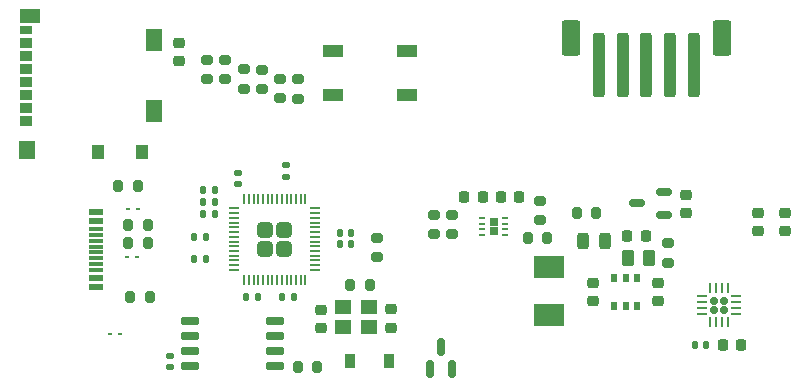
<source format=gtp>
G04 #@! TF.GenerationSoftware,KiCad,Pcbnew,6.0.11-2627ca5db0~126~ubuntu22.04.1*
G04 #@! TF.CreationDate,2024-05-05T15:56:36-04:00*
G04 #@! TF.ProjectId,board,626f6172-642e-46b6-9963-61645f706362,rev?*
G04 #@! TF.SameCoordinates,Original*
G04 #@! TF.FileFunction,Paste,Top*
G04 #@! TF.FilePolarity,Positive*
%FSLAX46Y46*%
G04 Gerber Fmt 4.6, Leading zero omitted, Abs format (unit mm)*
G04 Created by KiCad (PCBNEW 6.0.11-2627ca5db0~126~ubuntu22.04.1) date 2024-05-05 15:56:36*
%MOMM*%
%LPD*%
G01*
G04 APERTURE LIST*
G04 Aperture macros list*
%AMRoundRect*
0 Rectangle with rounded corners*
0 $1 Rounding radius*
0 $2 $3 $4 $5 $6 $7 $8 $9 X,Y pos of 4 corners*
0 Add a 4 corners polygon primitive as box body*
4,1,4,$2,$3,$4,$5,$6,$7,$8,$9,$2,$3,0*
0 Add four circle primitives for the rounded corners*
1,1,$1+$1,$2,$3*
1,1,$1+$1,$4,$5*
1,1,$1+$1,$6,$7*
1,1,$1+$1,$8,$9*
0 Add four rect primitives between the rounded corners*
20,1,$1+$1,$2,$3,$4,$5,0*
20,1,$1+$1,$4,$5,$6,$7,0*
20,1,$1+$1,$6,$7,$8,$9,0*
20,1,$1+$1,$8,$9,$2,$3,0*%
G04 Aperture macros list end*
%ADD10R,0.900000X1.200000*%
%ADD11RoundRect,0.225000X0.250000X-0.225000X0.250000X0.225000X-0.250000X0.225000X-0.250000X-0.225000X0*%
%ADD12RoundRect,0.200000X0.275000X-0.200000X0.275000X0.200000X-0.275000X0.200000X-0.275000X-0.200000X0*%
%ADD13RoundRect,0.140000X0.140000X0.170000X-0.140000X0.170000X-0.140000X-0.170000X0.140000X-0.170000X0*%
%ADD14RoundRect,0.200000X-0.275000X0.200000X-0.275000X-0.200000X0.275000X-0.200000X0.275000X0.200000X0*%
%ADD15RoundRect,0.150000X0.512500X0.150000X-0.512500X0.150000X-0.512500X-0.150000X0.512500X-0.150000X0*%
%ADD16RoundRect,0.225000X-0.250000X0.225000X-0.250000X-0.225000X0.250000X-0.225000X0.250000X0.225000X0*%
%ADD17R,0.360000X0.250000*%
%ADD18R,0.510000X0.700000*%
%ADD19RoundRect,0.140000X-0.140000X-0.170000X0.140000X-0.170000X0.140000X0.170000X-0.140000X0.170000X0*%
%ADD20RoundRect,0.200000X0.200000X0.275000X-0.200000X0.275000X-0.200000X-0.275000X0.200000X-0.275000X0*%
%ADD21RoundRect,0.225000X-0.225000X-0.250000X0.225000X-0.250000X0.225000X0.250000X-0.225000X0.250000X0*%
%ADD22RoundRect,0.200000X-0.200000X-0.275000X0.200000X-0.275000X0.200000X0.275000X-0.200000X0.275000X0*%
%ADD23RoundRect,0.249999X0.395001X-0.395001X0.395001X0.395001X-0.395001X0.395001X-0.395001X-0.395001X0*%
%ADD24RoundRect,0.050000X0.050000X-0.387500X0.050000X0.387500X-0.050000X0.387500X-0.050000X-0.387500X0*%
%ADD25RoundRect,0.050000X0.387500X-0.050000X0.387500X0.050000X-0.387500X0.050000X-0.387500X-0.050000X0*%
%ADD26R,1.100000X0.850000*%
%ADD27R,1.100000X0.750000*%
%ADD28R,1.000000X1.200000*%
%ADD29R,1.350000X1.900000*%
%ADD30R,1.800000X1.170000*%
%ADD31R,1.350000X1.550000*%
%ADD32RoundRect,0.160000X-0.160000X-0.160000X0.160000X-0.160000X0.160000X0.160000X-0.160000X0.160000X0*%
%ADD33RoundRect,0.062500X-0.375000X-0.062500X0.375000X-0.062500X0.375000X0.062500X-0.375000X0.062500X0*%
%ADD34RoundRect,0.062500X-0.062500X-0.375000X0.062500X-0.375000X0.062500X0.375000X-0.062500X0.375000X0*%
%ADD35RoundRect,0.243750X-0.243750X-0.456250X0.243750X-0.456250X0.243750X0.456250X-0.243750X0.456250X0*%
%ADD36RoundRect,0.140000X0.170000X-0.140000X0.170000X0.140000X-0.170000X0.140000X-0.170000X-0.140000X0*%
%ADD37R,1.240000X0.600000*%
%ADD38R,1.240000X0.300000*%
%ADD39R,0.750000X0.650000*%
%ADD40R,0.500000X0.250000*%
%ADD41RoundRect,0.225000X0.225000X0.250000X-0.225000X0.250000X-0.225000X-0.250000X0.225000X-0.250000X0*%
%ADD42R,2.500000X1.900000*%
%ADD43RoundRect,0.150000X0.650000X0.150000X-0.650000X0.150000X-0.650000X-0.150000X0.650000X-0.150000X0*%
%ADD44R,1.800000X1.100000*%
%ADD45RoundRect,0.250000X-0.250000X-2.500000X0.250000X-2.500000X0.250000X2.500000X-0.250000X2.500000X0*%
%ADD46RoundRect,0.250000X-0.550000X-1.250000X0.550000X-1.250000X0.550000X1.250000X-0.550000X1.250000X0*%
%ADD47RoundRect,0.250000X-0.262500X-0.450000X0.262500X-0.450000X0.262500X0.450000X-0.262500X0.450000X0*%
%ADD48R,1.400000X1.200000*%
%ADD49RoundRect,0.150000X0.150000X-0.587500X0.150000X0.587500X-0.150000X0.587500X-0.150000X-0.587500X0*%
G04 APERTURE END LIST*
D10*
X129795000Y-88720000D03*
X126495000Y-88720000D03*
D11*
X111975000Y-63365000D03*
X111975000Y-61815000D03*
D12*
X135125000Y-78015000D03*
X135125000Y-76365000D03*
D13*
X121695000Y-83350000D03*
X120735000Y-83350000D03*
D14*
X128795000Y-78305000D03*
X128795000Y-79955000D03*
D15*
X153042500Y-76370000D03*
X153042500Y-74470000D03*
X150767500Y-75420000D03*
D16*
X147055000Y-82125000D03*
X147055000Y-83675000D03*
D13*
X115005000Y-74270000D03*
X114045000Y-74270000D03*
X156630000Y-87400000D03*
X155670000Y-87400000D03*
D17*
X107597500Y-79975000D03*
X108437500Y-79975000D03*
D13*
X115015000Y-76320000D03*
X114055000Y-76320000D03*
D18*
X148865000Y-84060000D03*
X149815000Y-84060000D03*
X150765000Y-84060000D03*
X150765000Y-81740000D03*
X149815000Y-81740000D03*
X148865000Y-81740000D03*
D19*
X125605000Y-77880000D03*
X126565000Y-77880000D03*
D20*
X123700000Y-89230000D03*
X122050000Y-89230000D03*
D11*
X163295000Y-77735000D03*
X163295000Y-76185000D03*
D14*
X114375000Y-63245000D03*
X114375000Y-64895000D03*
D13*
X114255000Y-78290000D03*
X113295000Y-78290000D03*
D20*
X128130000Y-82350000D03*
X126480000Y-82350000D03*
D21*
X149960000Y-78200000D03*
X151510000Y-78200000D03*
D22*
X107700000Y-78725000D03*
X109350000Y-78725000D03*
D14*
X115875000Y-63265000D03*
X115875000Y-64915000D03*
D12*
X142560000Y-76835000D03*
X142560000Y-75185000D03*
D16*
X129965000Y-84375000D03*
X129965000Y-85925000D03*
D17*
X107645000Y-75890000D03*
X108485000Y-75890000D03*
D19*
X125595000Y-78890000D03*
X126555000Y-78890000D03*
D14*
X120575000Y-64875000D03*
X120575000Y-66525000D03*
D16*
X154945000Y-74685000D03*
X154945000Y-76235000D03*
D23*
X120905000Y-79240000D03*
X119305000Y-77640000D03*
X120905000Y-77640000D03*
X119305000Y-79240000D03*
D24*
X117505000Y-81877500D03*
X117905000Y-81877500D03*
X118305000Y-81877500D03*
X118705000Y-81877500D03*
X119105000Y-81877500D03*
X119505000Y-81877500D03*
X119905000Y-81877500D03*
X120305000Y-81877500D03*
X120705000Y-81877500D03*
X121105000Y-81877500D03*
X121505000Y-81877500D03*
X121905000Y-81877500D03*
X122305000Y-81877500D03*
X122705000Y-81877500D03*
D25*
X123542500Y-81040000D03*
X123542500Y-80640000D03*
X123542500Y-80240000D03*
X123542500Y-79840000D03*
X123542500Y-79440000D03*
X123542500Y-79040000D03*
X123542500Y-78640000D03*
X123542500Y-78240000D03*
X123542500Y-77840000D03*
X123542500Y-77440000D03*
X123542500Y-77040000D03*
X123542500Y-76640000D03*
X123542500Y-76240000D03*
X123542500Y-75840000D03*
D24*
X122705000Y-75002500D03*
X122305000Y-75002500D03*
X121905000Y-75002500D03*
X121505000Y-75002500D03*
X121105000Y-75002500D03*
X120705000Y-75002500D03*
X120305000Y-75002500D03*
X119905000Y-75002500D03*
X119505000Y-75002500D03*
X119105000Y-75002500D03*
X118705000Y-75002500D03*
X118305000Y-75002500D03*
X117905000Y-75002500D03*
X117505000Y-75002500D03*
D25*
X116667500Y-75840000D03*
X116667500Y-76240000D03*
X116667500Y-76640000D03*
X116667500Y-77040000D03*
X116667500Y-77440000D03*
X116667500Y-77840000D03*
X116667500Y-78240000D03*
X116667500Y-78640000D03*
X116667500Y-79040000D03*
X116667500Y-79440000D03*
X116667500Y-79840000D03*
X116667500Y-80240000D03*
X116667500Y-80640000D03*
X116667500Y-81040000D03*
D26*
X99025000Y-68415000D03*
X99025000Y-67315000D03*
X99025000Y-66215000D03*
X99025000Y-65115000D03*
X99025000Y-64015000D03*
X99025000Y-62915000D03*
X99025000Y-61815000D03*
D27*
X99025000Y-60765000D03*
D28*
X105175000Y-71050000D03*
X108875000Y-71050000D03*
D29*
X109850000Y-67550000D03*
D30*
X99375000Y-59555000D03*
D29*
X109850000Y-61580000D03*
D31*
X99150000Y-70875000D03*
D12*
X118985000Y-65735000D03*
X118985000Y-64085000D03*
X133565000Y-78015000D03*
X133565000Y-76365000D03*
D32*
X158135000Y-84440000D03*
X158135000Y-83640000D03*
X157335000Y-84440000D03*
X157335000Y-83640000D03*
D33*
X156297500Y-83290000D03*
X156297500Y-83790000D03*
X156297500Y-84290000D03*
X156297500Y-84790000D03*
D34*
X156985000Y-85477500D03*
X157485000Y-85477500D03*
X157985000Y-85477500D03*
X158485000Y-85477500D03*
D33*
X159172500Y-84790000D03*
X159172500Y-84290000D03*
X159172500Y-83790000D03*
X159172500Y-83290000D03*
D34*
X158485000Y-82602500D03*
X157985000Y-82602500D03*
X157485000Y-82602500D03*
X156985000Y-82602500D03*
D35*
X146197500Y-78560000D03*
X148072500Y-78560000D03*
D22*
X145680000Y-76240000D03*
X147330000Y-76240000D03*
D12*
X153375000Y-80455000D03*
X153375000Y-78805000D03*
D19*
X117685000Y-83360000D03*
X118645000Y-83360000D03*
D36*
X121085000Y-73140000D03*
X121085000Y-72180000D03*
D37*
X104940000Y-76120000D03*
X104940000Y-76920000D03*
D38*
X104940000Y-78070000D03*
X104940000Y-79070000D03*
X104940000Y-79570000D03*
X104940000Y-80570000D03*
D37*
X104940000Y-81720000D03*
X104940000Y-82520000D03*
X104940000Y-82520000D03*
X104940000Y-81720000D03*
D38*
X104940000Y-81070000D03*
X104940000Y-80070000D03*
X104940000Y-78570000D03*
X104940000Y-77570000D03*
D37*
X104940000Y-76920000D03*
X104940000Y-76120000D03*
D20*
X109500000Y-83330000D03*
X107850000Y-83330000D03*
D13*
X114255000Y-80090000D03*
X113295000Y-80090000D03*
D22*
X141540000Y-78360000D03*
X143190000Y-78360000D03*
D36*
X116975000Y-73770000D03*
X116975000Y-72810000D03*
X111195000Y-89280000D03*
X111195000Y-88320000D03*
D22*
X107700000Y-77200000D03*
X109350000Y-77200000D03*
D39*
X138630000Y-76970000D03*
X138630000Y-77770000D03*
D40*
X137680000Y-76620000D03*
X137680000Y-77120000D03*
X137680000Y-77620000D03*
X137680000Y-78120000D03*
X139580000Y-78120000D03*
X139580000Y-77620000D03*
X139580000Y-77120000D03*
X139580000Y-76620000D03*
D14*
X117475000Y-64065000D03*
X117475000Y-65715000D03*
D16*
X152565000Y-82135000D03*
X152565000Y-83685000D03*
D41*
X140815000Y-74890000D03*
X139265000Y-74890000D03*
D13*
X115005000Y-75280000D03*
X114045000Y-75280000D03*
D42*
X143285000Y-80780000D03*
X143285000Y-84880000D03*
D43*
X120165000Y-89215000D03*
X120165000Y-87945000D03*
X120165000Y-86675000D03*
X120165000Y-85405000D03*
X112965000Y-85405000D03*
X112965000Y-86675000D03*
X112965000Y-87945000D03*
X112965000Y-89215000D03*
D17*
X106167500Y-86440000D03*
X107007500Y-86440000D03*
D14*
X122075000Y-64885000D03*
X122075000Y-66535000D03*
D44*
X131275000Y-62550000D03*
X125075000Y-62550000D03*
X131275000Y-66250000D03*
X125075000Y-66250000D03*
D20*
X108500000Y-73975000D03*
X106850000Y-73975000D03*
D45*
X147575000Y-63675000D03*
X149575000Y-63675000D03*
X151575000Y-63675000D03*
X153575000Y-63675000D03*
X155575000Y-63675000D03*
D46*
X145175000Y-61425000D03*
X157975000Y-61425000D03*
D16*
X123995000Y-84405000D03*
X123995000Y-85955000D03*
D47*
X149972500Y-80010000D03*
X151797500Y-80010000D03*
D21*
X158050000Y-87425000D03*
X159600000Y-87425000D03*
D16*
X161025000Y-76225000D03*
X161025000Y-77775000D03*
D48*
X125855000Y-85920000D03*
X128055000Y-85920000D03*
X128055000Y-84220000D03*
X125855000Y-84220000D03*
D49*
X133235000Y-89440000D03*
X135135000Y-89440000D03*
X134185000Y-87565000D03*
D21*
X136160000Y-74910000D03*
X137710000Y-74910000D03*
M02*

</source>
